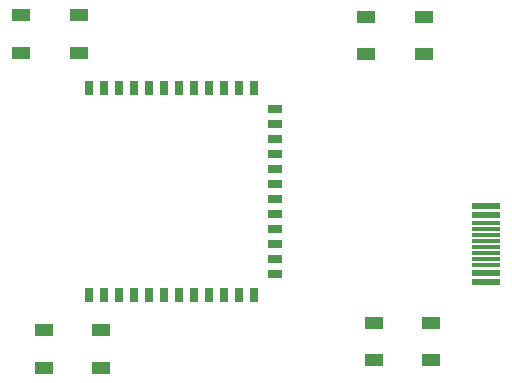
<source format=gbr>
%TF.GenerationSoftware,KiCad,Pcbnew,(5.1.2)-2*%
%TF.CreationDate,2020-04-26T17:29:46+08:00*%
%TF.ProjectId,wing-receiver-lite,77696e67-2d72-4656-9365-697665722d6c,rev?*%
%TF.SameCoordinates,Original*%
%TF.FileFunction,Paste,Bot*%
%TF.FilePolarity,Positive*%
%FSLAX46Y46*%
G04 Gerber Fmt 4.6, Leading zero omitted, Abs format (unit mm)*
G04 Created by KiCad (PCBNEW (5.1.2)-2) date 2020-04-26 17:29:46*
%MOMM*%
%LPD*%
G04 APERTURE LIST*
%ADD10R,1.500000X1.000000*%
%ADD11R,2.450000X0.600000*%
%ADD12R,2.450000X0.300000*%
%ADD13R,0.698500X1.198880*%
%ADD14R,1.198880X0.698500*%
G04 APERTURE END LIST*
D10*
X118655000Y-85903000D03*
X118655000Y-89103000D03*
X113755000Y-85903000D03*
X113755000Y-89103000D03*
D11*
X123895000Y-108395000D03*
X123895000Y-101945000D03*
X123895000Y-107620000D03*
X123895000Y-102720000D03*
D12*
X123895000Y-103420000D03*
X123895000Y-106920000D03*
X123895000Y-103920000D03*
X123895000Y-106420000D03*
X123895000Y-104420000D03*
X123895000Y-105920000D03*
X123895000Y-105420000D03*
X123895000Y-104920000D03*
D13*
X104277000Y-91961600D03*
X96657000Y-109487600D03*
X95387000Y-109487600D03*
D14*
X106055000Y-93739600D03*
D13*
X101737000Y-91961600D03*
X100467000Y-91961600D03*
X99197000Y-91961600D03*
X97927000Y-91961600D03*
X96657000Y-91961600D03*
X95387000Y-91961600D03*
X94117000Y-91961600D03*
X92847000Y-91961600D03*
X91577000Y-91961600D03*
X90307000Y-109487600D03*
X91577000Y-109487600D03*
X92847000Y-109487600D03*
X94117000Y-109487600D03*
X97927000Y-109487600D03*
X99197000Y-109487600D03*
X100467000Y-109487600D03*
X101737000Y-109487600D03*
X103007000Y-109487600D03*
X104277000Y-109487600D03*
D14*
X106055000Y-107709600D03*
X106055000Y-106439600D03*
X106055000Y-105169600D03*
X106055000Y-103899600D03*
X106055000Y-102629600D03*
X106055000Y-101359600D03*
X106055000Y-100089600D03*
X106055000Y-98819600D03*
X106055000Y-97549600D03*
X106055000Y-96279600D03*
X106055000Y-95009600D03*
D13*
X90307000Y-91961600D03*
X103007000Y-91961600D03*
D10*
X91360000Y-112460000D03*
X91360000Y-115660000D03*
X86460000Y-112460000D03*
X86460000Y-115660000D03*
X119300000Y-111825000D03*
X119300000Y-115025000D03*
X114400000Y-111825000D03*
X114400000Y-115025000D03*
X89455000Y-85789600D03*
X89455000Y-88989600D03*
X84555000Y-85789600D03*
X84555000Y-88989600D03*
M02*

</source>
